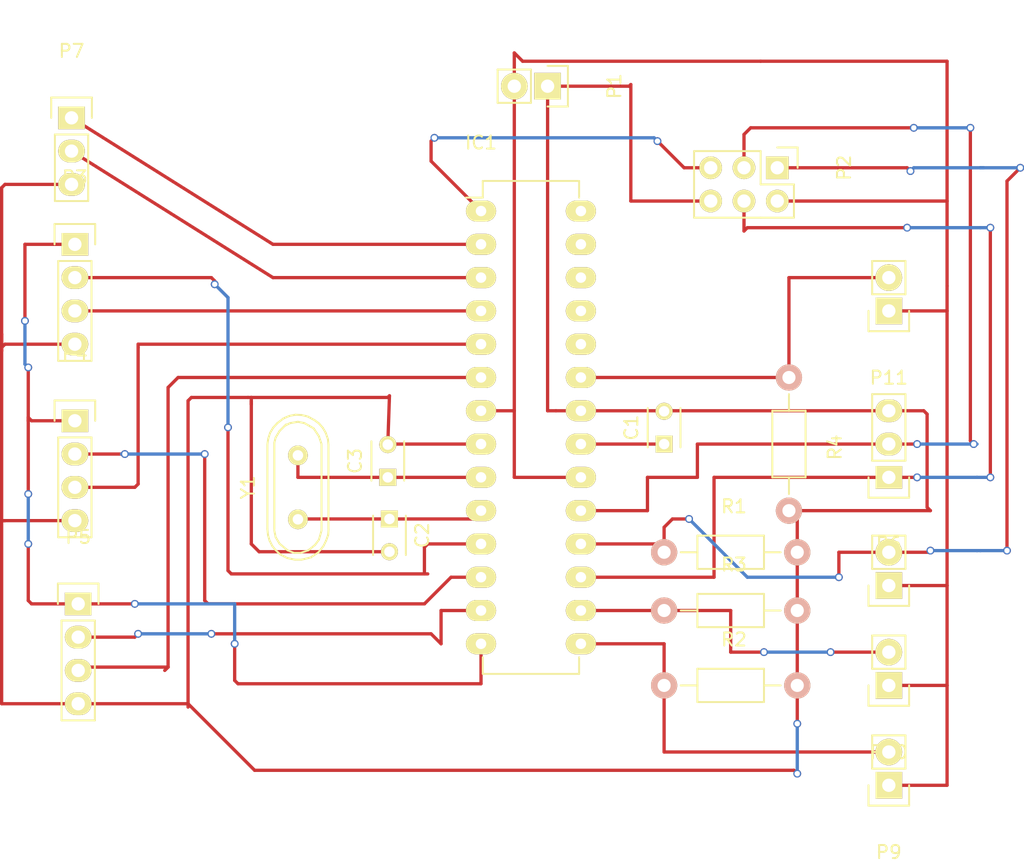
<source format=kicad_pcb>
(kicad_pcb (version 4) (host pcbnew 4.0.0-rc1-stable)

  (general
    (links 52)
    (no_connects 0)
    (area 119.308999 45.083 198.158002 108.31)
    (thickness 1.6)
    (drawings 8)
    (tracks 244)
    (zones 0)
    (modules 20)
    (nets 27)
  )

  (page A4)
  (layers
    (0 F.Cu signal)
    (31 B.Cu signal)
    (32 B.Adhes user)
    (33 F.Adhes user)
    (34 B.Paste user)
    (35 F.Paste user)
    (36 B.SilkS user)
    (37 F.SilkS user)
    (38 B.Mask user)
    (39 F.Mask user)
    (40 Dwgs.User user)
    (41 Cmts.User user)
    (42 Eco1.User user)
    (43 Eco2.User user)
    (44 Edge.Cuts user)
    (45 Margin user)
    (46 B.CrtYd user)
    (47 F.CrtYd user)
    (48 B.Fab user)
    (49 F.Fab user)
  )

  (setup
    (last_trace_width 0.25)
    (trace_clearance 0.25)
    (zone_clearance 0.508)
    (zone_45_only no)
    (trace_min 0.2)
    (segment_width 0.2)
    (edge_width 0.15)
    (via_size 0.6)
    (via_drill 0.4)
    (via_min_size 0.4)
    (via_min_drill 0.3)
    (uvia_size 0.3)
    (uvia_drill 0.1)
    (uvias_allowed no)
    (uvia_min_size 0.2)
    (uvia_min_drill 0.1)
    (pcb_text_width 0.3)
    (pcb_text_size 1.5 1.5)
    (mod_edge_width 0.15)
    (mod_text_size 1 1)
    (mod_text_width 0.15)
    (pad_size 1.524 1.524)
    (pad_drill 0.762)
    (pad_to_mask_clearance 0.2)
    (aux_axis_origin 0 0)
    (visible_elements FFFFFF7F)
    (pcbplotparams
      (layerselection 0x00030_80000001)
      (usegerberextensions false)
      (excludeedgelayer true)
      (linewidth 0.100000)
      (plotframeref false)
      (viasonmask false)
      (mode 1)
      (useauxorigin false)
      (hpglpennumber 1)
      (hpglpenspeed 20)
      (hpglpendiameter 15)
      (hpglpenoverlay 2)
      (psnegative false)
      (psa4output false)
      (plotreference true)
      (plotvalue true)
      (plotinvisibletext false)
      (padsonsilk false)
      (subtractmaskfromsilk false)
      (outputformat 1)
      (mirror false)
      (drillshape 1)
      (scaleselection 1)
      (outputdirectory ""))
  )

  (net 0 "")
  (net 1 "Net-(C1-Pad1)")
  (net 2 GND)
  (net 3 "Net-(C2-Pad1)")
  (net 4 "Net-(C3-Pad1)")
  (net 5 /RESET)
  (net 6 /Rx_int)
  (net 7 /Tx_int)
  (net 8 /step_X)
  (net 9 /step_Y)
  (net 10 /step_Z)
  (net 11 VCC)
  (net 12 /dir_X)
  (net 13 /dir_Y)
  (net 14 /dir_Z)
  (net 15 /enable)
  (net 16 /lim_X)
  (net 17 /lim_Y)
  (net 18 /MOSI)
  (net 19 /MISO)
  (net 20 /SCK)
  (net 21 /button_stop)
  (net 22 "Net-(IC1-Pad24)")
  (net 23 "Net-(IC1-Pad25)")
  (net 24 "Net-(IC1-Pad26)")
  (net 25 "Net-(IC1-Pad27)")
  (net 26 "Net-(IC1-Pad28)")

  (net_class Default "This is the default net class."
    (clearance 0.25)
    (trace_width 0.25)
    (via_dia 0.6)
    (via_drill 0.4)
    (uvia_dia 0.3)
    (uvia_drill 0.1)
    (add_net /MISO)
    (add_net /MOSI)
    (add_net /RESET)
    (add_net /Rx_int)
    (add_net /SCK)
    (add_net /Tx_int)
    (add_net /button_stop)
    (add_net /dir_X)
    (add_net /dir_Y)
    (add_net /dir_Z)
    (add_net /enable)
    (add_net /lim_X)
    (add_net /lim_Y)
    (add_net /step_X)
    (add_net /step_Y)
    (add_net /step_Z)
    (add_net GND)
    (add_net "Net-(C1-Pad1)")
    (add_net "Net-(C2-Pad1)")
    (add_net "Net-(C3-Pad1)")
    (add_net "Net-(IC1-Pad24)")
    (add_net "Net-(IC1-Pad25)")
    (add_net "Net-(IC1-Pad26)")
    (add_net "Net-(IC1-Pad27)")
    (add_net "Net-(IC1-Pad28)")
    (add_net VCC)
  )

  (module Capacitors_ThroughHole:C_Disc_D3_P2.5 (layer F.Cu) (tedit 0) (tstamp 562D4CEA)
    (at 170.18 76.2 90)
    (descr "Capacitor 3mm Disc, Pitch 2.5mm")
    (tags Capacitor)
    (path /562DC51F)
    (fp_text reference C1 (at 1.25 -2.5 90) (layer F.SilkS)
      (effects (font (size 1 1) (thickness 0.15)))
    )
    (fp_text value 100n (at 1.25 2.5 90) (layer F.Fab)
      (effects (font (size 1 1) (thickness 0.15)))
    )
    (fp_line (start -0.9 -1.5) (end 3.4 -1.5) (layer F.CrtYd) (width 0.05))
    (fp_line (start 3.4 -1.5) (end 3.4 1.5) (layer F.CrtYd) (width 0.05))
    (fp_line (start 3.4 1.5) (end -0.9 1.5) (layer F.CrtYd) (width 0.05))
    (fp_line (start -0.9 1.5) (end -0.9 -1.5) (layer F.CrtYd) (width 0.05))
    (fp_line (start -0.25 -1.25) (end 2.75 -1.25) (layer F.SilkS) (width 0.15))
    (fp_line (start 2.75 1.25) (end -0.25 1.25) (layer F.SilkS) (width 0.15))
    (pad 1 thru_hole rect (at 0 0 90) (size 1.3 1.3) (drill 0.8) (layers *.Cu *.Mask F.SilkS)
      (net 1 "Net-(C1-Pad1)"))
    (pad 2 thru_hole circle (at 2.5 0 90) (size 1.3 1.3) (drill 0.8001) (layers *.Cu *.Mask F.SilkS)
      (net 2 GND))
    (model Capacitors_ThroughHole.3dshapes/C_Disc_D3_P2.5.wrl
      (at (xyz 0.0492126 0 0))
      (scale (xyz 1 1 1))
      (rotate (xyz 0 0 0))
    )
  )

  (module Capacitors_ThroughHole:C_Disc_D3_P2.5 (layer F.Cu) (tedit 562D4F08) (tstamp 562D4CF6)
    (at 149.225 81.915 270)
    (descr "Capacitor 3mm Disc, Pitch 2.5mm")
    (tags Capacitor)
    (path /562AAB38)
    (fp_text reference C2 (at 1.25 -2.5 270) (layer F.SilkS)
      (effects (font (size 1 1) (thickness 0.15)))
    )
    (fp_text value "22 pF" (at 1.27 2.54 270) (layer F.Fab)
      (effects (font (size 1 1) (thickness 0.15)))
    )
    (fp_line (start -0.9 -1.5) (end 3.4 -1.5) (layer F.CrtYd) (width 0.05))
    (fp_line (start 3.4 -1.5) (end 3.4 1.5) (layer F.CrtYd) (width 0.05))
    (fp_line (start 3.4 1.5) (end -0.9 1.5) (layer F.CrtYd) (width 0.05))
    (fp_line (start -0.9 1.5) (end -0.9 -1.5) (layer F.CrtYd) (width 0.05))
    (fp_line (start -0.25 -1.25) (end 2.75 -1.25) (layer F.SilkS) (width 0.15))
    (fp_line (start 2.75 1.25) (end -0.25 1.25) (layer F.SilkS) (width 0.15))
    (pad 1 thru_hole rect (at 0 0 270) (size 1.3 1.3) (drill 0.8) (layers *.Cu *.Mask F.SilkS)
      (net 3 "Net-(C2-Pad1)"))
    (pad 2 thru_hole circle (at 2.5 0 270) (size 1.3 1.3) (drill 0.8001) (layers *.Cu *.Mask F.SilkS)
      (net 2 GND))
    (model Capacitors_ThroughHole.3dshapes/C_Disc_D3_P2.5.wrl
      (at (xyz 0.0492126 0 0))
      (scale (xyz 1 1 1))
      (rotate (xyz 0 0 0))
    )
  )

  (module Capacitors_ThroughHole:C_Disc_D3_P2.5 (layer F.Cu) (tedit 562D4C90) (tstamp 562D4D02)
    (at 149.098 78.74 90)
    (descr "Capacitor 3mm Disc, Pitch 2.5mm")
    (tags Capacitor)
    (path /562AAE12)
    (fp_text reference C3 (at 1.25 -2.5 90) (layer F.SilkS)
      (effects (font (size 1 1) (thickness 0.15)))
    )
    (fp_text value "22 pF" (at 1.27 2.54 90) (layer F.Fab)
      (effects (font (size 1 1) (thickness 0.15)))
    )
    (fp_line (start -0.9 -1.5) (end 3.4 -1.5) (layer F.CrtYd) (width 0.05))
    (fp_line (start 3.4 -1.5) (end 3.4 1.5) (layer F.CrtYd) (width 0.05))
    (fp_line (start 3.4 1.5) (end -0.9 1.5) (layer F.CrtYd) (width 0.05))
    (fp_line (start -0.9 1.5) (end -0.9 -1.5) (layer F.CrtYd) (width 0.05))
    (fp_line (start -0.25 -1.25) (end 2.75 -1.25) (layer F.SilkS) (width 0.15))
    (fp_line (start 2.75 1.25) (end -0.25 1.25) (layer F.SilkS) (width 0.15))
    (pad 1 thru_hole rect (at 0 0 90) (size 1.3 1.3) (drill 0.8) (layers *.Cu *.Mask F.SilkS)
      (net 4 "Net-(C3-Pad1)"))
    (pad 2 thru_hole circle (at 2.5 0 90) (size 1.3 1.3) (drill 0.8001) (layers *.Cu *.Mask F.SilkS)
      (net 2 GND))
    (model Capacitors_ThroughHole.3dshapes/C_Disc_D3_P2.5.wrl
      (at (xyz 0.0492126 0 0))
      (scale (xyz 1 1 1))
      (rotate (xyz 0 0 0))
    )
  )

  (module Housings_DIP:DIP-28_W7.62mm_LongPads (layer F.Cu) (tedit 54130A77) (tstamp 562D4D2D)
    (at 156.21 58.42)
    (descr "28-lead dip package, row spacing 7.62 mm (300 mils), longer pads")
    (tags "dil dip 2.54 300")
    (path /562A82A8)
    (fp_text reference IC1 (at 0 -5.22) (layer F.SilkS)
      (effects (font (size 1 1) (thickness 0.15)))
    )
    (fp_text value ATMEGA328-P (at 0 -3.72) (layer F.Fab)
      (effects (font (size 1 1) (thickness 0.15)))
    )
    (fp_line (start -1.4 -2.45) (end -1.4 35.5) (layer F.CrtYd) (width 0.05))
    (fp_line (start 9 -2.45) (end 9 35.5) (layer F.CrtYd) (width 0.05))
    (fp_line (start -1.4 -2.45) (end 9 -2.45) (layer F.CrtYd) (width 0.05))
    (fp_line (start -1.4 35.5) (end 9 35.5) (layer F.CrtYd) (width 0.05))
    (fp_line (start 0.135 -2.295) (end 0.135 -1.025) (layer F.SilkS) (width 0.15))
    (fp_line (start 7.485 -2.295) (end 7.485 -1.025) (layer F.SilkS) (width 0.15))
    (fp_line (start 7.485 35.315) (end 7.485 34.045) (layer F.SilkS) (width 0.15))
    (fp_line (start 0.135 35.315) (end 0.135 34.045) (layer F.SilkS) (width 0.15))
    (fp_line (start 0.135 -2.295) (end 7.485 -2.295) (layer F.SilkS) (width 0.15))
    (fp_line (start 0.135 35.315) (end 7.485 35.315) (layer F.SilkS) (width 0.15))
    (fp_line (start 0.135 -1.025) (end -1.15 -1.025) (layer F.SilkS) (width 0.15))
    (pad 1 thru_hole oval (at 0 0) (size 2.3 1.6) (drill 0.8) (layers *.Cu *.Mask F.SilkS)
      (net 5 /RESET))
    (pad 2 thru_hole oval (at 0 2.54) (size 2.3 1.6) (drill 0.8) (layers *.Cu *.Mask F.SilkS)
      (net 6 /Rx_int))
    (pad 3 thru_hole oval (at 0 5.08) (size 2.3 1.6) (drill 0.8) (layers *.Cu *.Mask F.SilkS)
      (net 7 /Tx_int))
    (pad 4 thru_hole oval (at 0 7.62) (size 2.3 1.6) (drill 0.8) (layers *.Cu *.Mask F.SilkS)
      (net 8 /step_X))
    (pad 5 thru_hole oval (at 0 10.16) (size 2.3 1.6) (drill 0.8) (layers *.Cu *.Mask F.SilkS)
      (net 9 /step_Y))
    (pad 6 thru_hole oval (at 0 12.7) (size 2.3 1.6) (drill 0.8) (layers *.Cu *.Mask F.SilkS)
      (net 10 /step_Z))
    (pad 7 thru_hole oval (at 0 15.24) (size 2.3 1.6) (drill 0.8) (layers *.Cu *.Mask F.SilkS)
      (net 11 VCC))
    (pad 8 thru_hole oval (at 0 17.78) (size 2.3 1.6) (drill 0.8) (layers *.Cu *.Mask F.SilkS)
      (net 2 GND))
    (pad 9 thru_hole oval (at 0 20.32) (size 2.3 1.6) (drill 0.8) (layers *.Cu *.Mask F.SilkS)
      (net 4 "Net-(C3-Pad1)"))
    (pad 10 thru_hole oval (at 0 22.86) (size 2.3 1.6) (drill 0.8) (layers *.Cu *.Mask F.SilkS)
      (net 3 "Net-(C2-Pad1)"))
    (pad 11 thru_hole oval (at 0 25.4) (size 2.3 1.6) (drill 0.8) (layers *.Cu *.Mask F.SilkS)
      (net 12 /dir_X))
    (pad 12 thru_hole oval (at 0 27.94) (size 2.3 1.6) (drill 0.8) (layers *.Cu *.Mask F.SilkS)
      (net 13 /dir_Y))
    (pad 13 thru_hole oval (at 0 30.48) (size 2.3 1.6) (drill 0.8) (layers *.Cu *.Mask F.SilkS)
      (net 14 /dir_Z))
    (pad 14 thru_hole oval (at 0 33.02) (size 2.3 1.6) (drill 0.8) (layers *.Cu *.Mask F.SilkS)
      (net 15 /enable))
    (pad 15 thru_hole oval (at 7.62 33.02) (size 2.3 1.6) (drill 0.8) (layers *.Cu *.Mask F.SilkS)
      (net 16 /lim_X))
    (pad 16 thru_hole oval (at 7.62 30.48) (size 2.3 1.6) (drill 0.8) (layers *.Cu *.Mask F.SilkS)
      (net 17 /lim_Y))
    (pad 17 thru_hole oval (at 7.62 27.94) (size 2.3 1.6) (drill 0.8) (layers *.Cu *.Mask F.SilkS)
      (net 18 /MOSI))
    (pad 18 thru_hole oval (at 7.62 25.4) (size 2.3 1.6) (drill 0.8) (layers *.Cu *.Mask F.SilkS)
      (net 19 /MISO))
    (pad 19 thru_hole oval (at 7.62 22.86) (size 2.3 1.6) (drill 0.8) (layers *.Cu *.Mask F.SilkS)
      (net 20 /SCK))
    (pad 20 thru_hole oval (at 7.62 20.32) (size 2.3 1.6) (drill 0.8) (layers *.Cu *.Mask F.SilkS)
      (net 11 VCC))
    (pad 21 thru_hole oval (at 7.62 17.78) (size 2.3 1.6) (drill 0.8) (layers *.Cu *.Mask F.SilkS)
      (net 1 "Net-(C1-Pad1)"))
    (pad 22 thru_hole oval (at 7.62 15.24) (size 2.3 1.6) (drill 0.8) (layers *.Cu *.Mask F.SilkS)
      (net 2 GND))
    (pad 23 thru_hole oval (at 7.62 12.7) (size 2.3 1.6) (drill 0.8) (layers *.Cu *.Mask F.SilkS)
      (net 21 /button_stop))
    (pad 24 thru_hole oval (at 7.62 10.16) (size 2.3 1.6) (drill 0.8) (layers *.Cu *.Mask F.SilkS)
      (net 22 "Net-(IC1-Pad24)"))
    (pad 25 thru_hole oval (at 7.62 7.62) (size 2.3 1.6) (drill 0.8) (layers *.Cu *.Mask F.SilkS)
      (net 23 "Net-(IC1-Pad25)"))
    (pad 26 thru_hole oval (at 7.62 5.08) (size 2.3 1.6) (drill 0.8) (layers *.Cu *.Mask F.SilkS)
      (net 24 "Net-(IC1-Pad26)"))
    (pad 27 thru_hole oval (at 7.62 2.54) (size 2.3 1.6) (drill 0.8) (layers *.Cu *.Mask F.SilkS)
      (net 25 "Net-(IC1-Pad27)"))
    (pad 28 thru_hole oval (at 7.62 0) (size 2.3 1.6) (drill 0.8) (layers *.Cu *.Mask F.SilkS)
      (net 26 "Net-(IC1-Pad28)"))
    (model Housings_DIP.3dshapes/DIP-28_W7.62mm_LongPads.wrl
      (at (xyz 0 0 0))
      (scale (xyz 1 1 1))
      (rotate (xyz 0 0 0))
    )
  )

  (module Pin_Headers:Pin_Header_Straight_1x02 (layer F.Cu) (tedit 54EA090C) (tstamp 562D4D3E)
    (at 161.29 48.895 270)
    (descr "Through hole pin header")
    (tags "pin header")
    (path /562B588F)
    (fp_text reference P1 (at 0 -5.1 270) (layer F.SilkS)
      (effects (font (size 1 1) (thickness 0.15)))
    )
    (fp_text value CONN_5V (at 0 -3.1 270) (layer F.Fab)
      (effects (font (size 1 1) (thickness 0.15)))
    )
    (fp_line (start 1.27 1.27) (end 1.27 3.81) (layer F.SilkS) (width 0.15))
    (fp_line (start 1.55 -1.55) (end 1.55 0) (layer F.SilkS) (width 0.15))
    (fp_line (start -1.75 -1.75) (end -1.75 4.3) (layer F.CrtYd) (width 0.05))
    (fp_line (start 1.75 -1.75) (end 1.75 4.3) (layer F.CrtYd) (width 0.05))
    (fp_line (start -1.75 -1.75) (end 1.75 -1.75) (layer F.CrtYd) (width 0.05))
    (fp_line (start -1.75 4.3) (end 1.75 4.3) (layer F.CrtYd) (width 0.05))
    (fp_line (start 1.27 1.27) (end -1.27 1.27) (layer F.SilkS) (width 0.15))
    (fp_line (start -1.55 0) (end -1.55 -1.55) (layer F.SilkS) (width 0.15))
    (fp_line (start -1.55 -1.55) (end 1.55 -1.55) (layer F.SilkS) (width 0.15))
    (fp_line (start -1.27 1.27) (end -1.27 3.81) (layer F.SilkS) (width 0.15))
    (fp_line (start -1.27 3.81) (end 1.27 3.81) (layer F.SilkS) (width 0.15))
    (pad 1 thru_hole rect (at 0 0 270) (size 2.032 2.032) (drill 1.016) (layers *.Cu *.Mask F.SilkS)
      (net 2 GND))
    (pad 2 thru_hole oval (at 0 2.54 270) (size 2.032 2.032) (drill 1.016) (layers *.Cu *.Mask F.SilkS)
      (net 11 VCC))
    (model Pin_Headers.3dshapes/Pin_Header_Straight_1x02.wrl
      (at (xyz 0 -0.05 0))
      (scale (xyz 1 1 1))
      (rotate (xyz 0 0 90))
    )
  )

  (module Pin_Headers:Pin_Header_Straight_2x03 (layer F.Cu) (tedit 54EA0A4B) (tstamp 562D4D55)
    (at 178.816 55.118 270)
    (descr "Through hole pin header")
    (tags "pin header")
    (path /562B8440)
    (fp_text reference P2 (at 0 -5.1 270) (layer F.SilkS)
      (effects (font (size 1 1) (thickness 0.15)))
    )
    (fp_text value CONN_02X03 (at 0 -3.1 270) (layer F.Fab)
      (effects (font (size 1 1) (thickness 0.15)))
    )
    (fp_line (start -1.27 1.27) (end -1.27 6.35) (layer F.SilkS) (width 0.15))
    (fp_line (start -1.55 -1.55) (end 0 -1.55) (layer F.SilkS) (width 0.15))
    (fp_line (start -1.75 -1.75) (end -1.75 6.85) (layer F.CrtYd) (width 0.05))
    (fp_line (start 4.3 -1.75) (end 4.3 6.85) (layer F.CrtYd) (width 0.05))
    (fp_line (start -1.75 -1.75) (end 4.3 -1.75) (layer F.CrtYd) (width 0.05))
    (fp_line (start -1.75 6.85) (end 4.3 6.85) (layer F.CrtYd) (width 0.05))
    (fp_line (start 1.27 -1.27) (end 1.27 1.27) (layer F.SilkS) (width 0.15))
    (fp_line (start 1.27 1.27) (end -1.27 1.27) (layer F.SilkS) (width 0.15))
    (fp_line (start -1.27 6.35) (end 3.81 6.35) (layer F.SilkS) (width 0.15))
    (fp_line (start 3.81 6.35) (end 3.81 1.27) (layer F.SilkS) (width 0.15))
    (fp_line (start -1.55 -1.55) (end -1.55 0) (layer F.SilkS) (width 0.15))
    (fp_line (start 3.81 -1.27) (end 1.27 -1.27) (layer F.SilkS) (width 0.15))
    (fp_line (start 3.81 1.27) (end 3.81 -1.27) (layer F.SilkS) (width 0.15))
    (pad 1 thru_hole rect (at 0 0 270) (size 1.7272 1.7272) (drill 1.016) (layers *.Cu *.Mask F.SilkS)
      (net 19 /MISO))
    (pad 2 thru_hole oval (at 2.54 0 270) (size 1.7272 1.7272) (drill 1.016) (layers *.Cu *.Mask F.SilkS)
      (net 11 VCC))
    (pad 3 thru_hole oval (at 0 2.54 270) (size 1.7272 1.7272) (drill 1.016) (layers *.Cu *.Mask F.SilkS)
      (net 20 /SCK))
    (pad 4 thru_hole oval (at 2.54 2.54 270) (size 1.7272 1.7272) (drill 1.016) (layers *.Cu *.Mask F.SilkS)
      (net 18 /MOSI))
    (pad 5 thru_hole oval (at 0 5.08 270) (size 1.7272 1.7272) (drill 1.016) (layers *.Cu *.Mask F.SilkS)
      (net 5 /RESET))
    (pad 6 thru_hole oval (at 2.54 5.08 270) (size 1.7272 1.7272) (drill 1.016) (layers *.Cu *.Mask F.SilkS)
      (net 2 GND))
    (model Pin_Headers.3dshapes/Pin_Header_Straight_2x03.wrl
      (at (xyz 0.05 -0.1 0))
      (scale (xyz 1 1 1))
      (rotate (xyz 0 0 90))
    )
  )

  (module Pin_Headers:Pin_Header_Straight_1x04 (layer F.Cu) (tedit 0) (tstamp 562D4D68)
    (at 125.222 60.96)
    (descr "Through hole pin header")
    (tags "pin header")
    (path /562A87F6)
    (fp_text reference P3 (at 0 -5.1) (layer F.SilkS)
      (effects (font (size 1 1) (thickness 0.15)))
    )
    (fp_text value CONN_EJE_X (at 0 -3.1) (layer F.Fab)
      (effects (font (size 1 1) (thickness 0.15)))
    )
    (fp_line (start -1.75 -1.75) (end -1.75 9.4) (layer F.CrtYd) (width 0.05))
    (fp_line (start 1.75 -1.75) (end 1.75 9.4) (layer F.CrtYd) (width 0.05))
    (fp_line (start -1.75 -1.75) (end 1.75 -1.75) (layer F.CrtYd) (width 0.05))
    (fp_line (start -1.75 9.4) (end 1.75 9.4) (layer F.CrtYd) (width 0.05))
    (fp_line (start -1.27 1.27) (end -1.27 8.89) (layer F.SilkS) (width 0.15))
    (fp_line (start 1.27 1.27) (end 1.27 8.89) (layer F.SilkS) (width 0.15))
    (fp_line (start 1.55 -1.55) (end 1.55 0) (layer F.SilkS) (width 0.15))
    (fp_line (start -1.27 8.89) (end 1.27 8.89) (layer F.SilkS) (width 0.15))
    (fp_line (start 1.27 1.27) (end -1.27 1.27) (layer F.SilkS) (width 0.15))
    (fp_line (start -1.55 0) (end -1.55 -1.55) (layer F.SilkS) (width 0.15))
    (fp_line (start -1.55 -1.55) (end 1.55 -1.55) (layer F.SilkS) (width 0.15))
    (pad 1 thru_hole rect (at 0 0) (size 2.032 1.7272) (drill 1.016) (layers *.Cu *.Mask F.SilkS)
      (net 15 /enable))
    (pad 2 thru_hole oval (at 0 2.54) (size 2.032 1.7272) (drill 1.016) (layers *.Cu *.Mask F.SilkS)
      (net 12 /dir_X))
    (pad 3 thru_hole oval (at 0 5.08) (size 2.032 1.7272) (drill 1.016) (layers *.Cu *.Mask F.SilkS)
      (net 8 /step_X))
    (pad 4 thru_hole oval (at 0 7.62) (size 2.032 1.7272) (drill 1.016) (layers *.Cu *.Mask F.SilkS)
      (net 2 GND))
    (model Pin_Headers.3dshapes/Pin_Header_Straight_1x04.wrl
      (at (xyz 0 -0.15 0))
      (scale (xyz 1 1 1))
      (rotate (xyz 0 0 90))
    )
  )

  (module Pin_Headers:Pin_Header_Straight_1x04 (layer F.Cu) (tedit 0) (tstamp 562D4D7B)
    (at 125.222 74.422)
    (descr "Through hole pin header")
    (tags "pin header")
    (path /562A86EB)
    (fp_text reference P4 (at 0 -5.1) (layer F.SilkS)
      (effects (font (size 1 1) (thickness 0.15)))
    )
    (fp_text value CONN_EJE_Y (at 0 -3.1) (layer F.Fab)
      (effects (font (size 1 1) (thickness 0.15)))
    )
    (fp_line (start -1.75 -1.75) (end -1.75 9.4) (layer F.CrtYd) (width 0.05))
    (fp_line (start 1.75 -1.75) (end 1.75 9.4) (layer F.CrtYd) (width 0.05))
    (fp_line (start -1.75 -1.75) (end 1.75 -1.75) (layer F.CrtYd) (width 0.05))
    (fp_line (start -1.75 9.4) (end 1.75 9.4) (layer F.CrtYd) (width 0.05))
    (fp_line (start -1.27 1.27) (end -1.27 8.89) (layer F.SilkS) (width 0.15))
    (fp_line (start 1.27 1.27) (end 1.27 8.89) (layer F.SilkS) (width 0.15))
    (fp_line (start 1.55 -1.55) (end 1.55 0) (layer F.SilkS) (width 0.15))
    (fp_line (start -1.27 8.89) (end 1.27 8.89) (layer F.SilkS) (width 0.15))
    (fp_line (start 1.27 1.27) (end -1.27 1.27) (layer F.SilkS) (width 0.15))
    (fp_line (start -1.55 0) (end -1.55 -1.55) (layer F.SilkS) (width 0.15))
    (fp_line (start -1.55 -1.55) (end 1.55 -1.55) (layer F.SilkS) (width 0.15))
    (pad 1 thru_hole rect (at 0 0) (size 2.032 1.7272) (drill 1.016) (layers *.Cu *.Mask F.SilkS)
      (net 15 /enable))
    (pad 2 thru_hole oval (at 0 2.54) (size 2.032 1.7272) (drill 1.016) (layers *.Cu *.Mask F.SilkS)
      (net 13 /dir_Y))
    (pad 3 thru_hole oval (at 0 5.08) (size 2.032 1.7272) (drill 1.016) (layers *.Cu *.Mask F.SilkS)
      (net 9 /step_Y))
    (pad 4 thru_hole oval (at 0 7.62) (size 2.032 1.7272) (drill 1.016) (layers *.Cu *.Mask F.SilkS)
      (net 2 GND))
    (model Pin_Headers.3dshapes/Pin_Header_Straight_1x04.wrl
      (at (xyz 0 -0.15 0))
      (scale (xyz 1 1 1))
      (rotate (xyz 0 0 90))
    )
  )

  (module Pin_Headers:Pin_Header_Straight_1x04 (layer F.Cu) (tedit 0) (tstamp 562D4D8E)
    (at 125.476 88.392)
    (descr "Through hole pin header")
    (tags "pin header")
    (path /562A85F8)
    (fp_text reference P5 (at 0 -5.1) (layer F.SilkS)
      (effects (font (size 1 1) (thickness 0.15)))
    )
    (fp_text value CONN_EJE_Z (at 0 -3.1) (layer F.Fab)
      (effects (font (size 1 1) (thickness 0.15)))
    )
    (fp_line (start -1.75 -1.75) (end -1.75 9.4) (layer F.CrtYd) (width 0.05))
    (fp_line (start 1.75 -1.75) (end 1.75 9.4) (layer F.CrtYd) (width 0.05))
    (fp_line (start -1.75 -1.75) (end 1.75 -1.75) (layer F.CrtYd) (width 0.05))
    (fp_line (start -1.75 9.4) (end 1.75 9.4) (layer F.CrtYd) (width 0.05))
    (fp_line (start -1.27 1.27) (end -1.27 8.89) (layer F.SilkS) (width 0.15))
    (fp_line (start 1.27 1.27) (end 1.27 8.89) (layer F.SilkS) (width 0.15))
    (fp_line (start 1.55 -1.55) (end 1.55 0) (layer F.SilkS) (width 0.15))
    (fp_line (start -1.27 8.89) (end 1.27 8.89) (layer F.SilkS) (width 0.15))
    (fp_line (start 1.27 1.27) (end -1.27 1.27) (layer F.SilkS) (width 0.15))
    (fp_line (start -1.55 0) (end -1.55 -1.55) (layer F.SilkS) (width 0.15))
    (fp_line (start -1.55 -1.55) (end 1.55 -1.55) (layer F.SilkS) (width 0.15))
    (pad 1 thru_hole rect (at 0 0) (size 2.032 1.7272) (drill 1.016) (layers *.Cu *.Mask F.SilkS)
      (net 15 /enable))
    (pad 2 thru_hole oval (at 0 2.54) (size 2.032 1.7272) (drill 1.016) (layers *.Cu *.Mask F.SilkS)
      (net 14 /dir_Z))
    (pad 3 thru_hole oval (at 0 5.08) (size 2.032 1.7272) (drill 1.016) (layers *.Cu *.Mask F.SilkS)
      (net 10 /step_Z))
    (pad 4 thru_hole oval (at 0 7.62) (size 2.032 1.7272) (drill 1.016) (layers *.Cu *.Mask F.SilkS)
      (net 2 GND))
    (model Pin_Headers.3dshapes/Pin_Header_Straight_1x04.wrl
      (at (xyz 0 -0.15 0))
      (scale (xyz 1 1 1))
      (rotate (xyz 0 0 90))
    )
  )

  (module Pin_Headers:Pin_Header_Straight_1x03 (layer F.Cu) (tedit 0) (tstamp 562D4DA0)
    (at 187.325 78.74 180)
    (descr "Through hole pin header")
    (tags "pin header")
    (path /562A97EA)
    (fp_text reference P6 (at 0 -5.1 180) (layer F.SilkS)
      (effects (font (size 1 1) (thickness 0.15)))
    )
    (fp_text value CONN_HUS (at 0 -3.1 180) (layer F.Fab)
      (effects (font (size 1 1) (thickness 0.15)))
    )
    (fp_line (start -1.75 -1.75) (end -1.75 6.85) (layer F.CrtYd) (width 0.05))
    (fp_line (start 1.75 -1.75) (end 1.75 6.85) (layer F.CrtYd) (width 0.05))
    (fp_line (start -1.75 -1.75) (end 1.75 -1.75) (layer F.CrtYd) (width 0.05))
    (fp_line (start -1.75 6.85) (end 1.75 6.85) (layer F.CrtYd) (width 0.05))
    (fp_line (start -1.27 1.27) (end -1.27 6.35) (layer F.SilkS) (width 0.15))
    (fp_line (start -1.27 6.35) (end 1.27 6.35) (layer F.SilkS) (width 0.15))
    (fp_line (start 1.27 6.35) (end 1.27 1.27) (layer F.SilkS) (width 0.15))
    (fp_line (start 1.55 -1.55) (end 1.55 0) (layer F.SilkS) (width 0.15))
    (fp_line (start 1.27 1.27) (end -1.27 1.27) (layer F.SilkS) (width 0.15))
    (fp_line (start -1.55 0) (end -1.55 -1.55) (layer F.SilkS) (width 0.15))
    (fp_line (start -1.55 -1.55) (end 1.55 -1.55) (layer F.SilkS) (width 0.15))
    (pad 1 thru_hole rect (at 0 0 180) (size 2.032 1.7272) (drill 1.016) (layers *.Cu *.Mask F.SilkS)
      (net 18 /MOSI))
    (pad 2 thru_hole oval (at 0 2.54 180) (size 2.032 1.7272) (drill 1.016) (layers *.Cu *.Mask F.SilkS)
      (net 20 /SCK))
    (pad 3 thru_hole oval (at 0 5.08 180) (size 2.032 1.7272) (drill 1.016) (layers *.Cu *.Mask F.SilkS)
      (net 2 GND))
    (model Pin_Headers.3dshapes/Pin_Header_Straight_1x03.wrl
      (at (xyz 0 -0.1 0))
      (scale (xyz 1 1 1))
      (rotate (xyz 0 0 90))
    )
  )

  (module Pin_Headers:Pin_Header_Straight_1x03 (layer F.Cu) (tedit 0) (tstamp 562D4DB2)
    (at 124.968 51.308)
    (descr "Through hole pin header")
    (tags "pin header")
    (path /562A9970)
    (fp_text reference P7 (at 0 -5.1) (layer F.SilkS)
      (effects (font (size 1 1) (thickness 0.15)))
    )
    (fp_text value CONN_UART (at 0 -3.1) (layer F.Fab)
      (effects (font (size 1 1) (thickness 0.15)))
    )
    (fp_line (start -1.75 -1.75) (end -1.75 6.85) (layer F.CrtYd) (width 0.05))
    (fp_line (start 1.75 -1.75) (end 1.75 6.85) (layer F.CrtYd) (width 0.05))
    (fp_line (start -1.75 -1.75) (end 1.75 -1.75) (layer F.CrtYd) (width 0.05))
    (fp_line (start -1.75 6.85) (end 1.75 6.85) (layer F.CrtYd) (width 0.05))
    (fp_line (start -1.27 1.27) (end -1.27 6.35) (layer F.SilkS) (width 0.15))
    (fp_line (start -1.27 6.35) (end 1.27 6.35) (layer F.SilkS) (width 0.15))
    (fp_line (start 1.27 6.35) (end 1.27 1.27) (layer F.SilkS) (width 0.15))
    (fp_line (start 1.55 -1.55) (end 1.55 0) (layer F.SilkS) (width 0.15))
    (fp_line (start 1.27 1.27) (end -1.27 1.27) (layer F.SilkS) (width 0.15))
    (fp_line (start -1.55 0) (end -1.55 -1.55) (layer F.SilkS) (width 0.15))
    (fp_line (start -1.55 -1.55) (end 1.55 -1.55) (layer F.SilkS) (width 0.15))
    (pad 1 thru_hole rect (at 0 0) (size 2.032 1.7272) (drill 1.016) (layers *.Cu *.Mask F.SilkS)
      (net 6 /Rx_int))
    (pad 2 thru_hole oval (at 0 2.54) (size 2.032 1.7272) (drill 1.016) (layers *.Cu *.Mask F.SilkS)
      (net 7 /Tx_int))
    (pad 3 thru_hole oval (at 0 5.08) (size 2.032 1.7272) (drill 1.016) (layers *.Cu *.Mask F.SilkS)
      (net 2 GND))
    (model Pin_Headers.3dshapes/Pin_Header_Straight_1x03.wrl
      (at (xyz 0 -0.1 0))
      (scale (xyz 1 1 1))
      (rotate (xyz 0 0 90))
    )
  )

  (module Pin_Headers:Pin_Header_Straight_1x02 (layer F.Cu) (tedit 54EA090C) (tstamp 562D4DC3)
    (at 187.325 86.995 180)
    (descr "Through hole pin header")
    (tags "pin header")
    (path /562AE461)
    (fp_text reference P8 (at 0 -5.1 180) (layer F.SilkS)
      (effects (font (size 1 1) (thickness 0.15)))
    )
    (fp_text value CONN_LIM_Z (at 0 -3.1 180) (layer F.Fab)
      (effects (font (size 1 1) (thickness 0.15)))
    )
    (fp_line (start 1.27 1.27) (end 1.27 3.81) (layer F.SilkS) (width 0.15))
    (fp_line (start 1.55 -1.55) (end 1.55 0) (layer F.SilkS) (width 0.15))
    (fp_line (start -1.75 -1.75) (end -1.75 4.3) (layer F.CrtYd) (width 0.05))
    (fp_line (start 1.75 -1.75) (end 1.75 4.3) (layer F.CrtYd) (width 0.05))
    (fp_line (start -1.75 -1.75) (end 1.75 -1.75) (layer F.CrtYd) (width 0.05))
    (fp_line (start -1.75 4.3) (end 1.75 4.3) (layer F.CrtYd) (width 0.05))
    (fp_line (start 1.27 1.27) (end -1.27 1.27) (layer F.SilkS) (width 0.15))
    (fp_line (start -1.55 0) (end -1.55 -1.55) (layer F.SilkS) (width 0.15))
    (fp_line (start -1.55 -1.55) (end 1.55 -1.55) (layer F.SilkS) (width 0.15))
    (fp_line (start -1.27 1.27) (end -1.27 3.81) (layer F.SilkS) (width 0.15))
    (fp_line (start -1.27 3.81) (end 1.27 3.81) (layer F.SilkS) (width 0.15))
    (pad 1 thru_hole rect (at 0 0 180) (size 2.032 2.032) (drill 1.016) (layers *.Cu *.Mask F.SilkS)
      (net 11 VCC))
    (pad 2 thru_hole oval (at 0 2.54 180) (size 2.032 2.032) (drill 1.016) (layers *.Cu *.Mask F.SilkS)
      (net 19 /MISO))
    (model Pin_Headers.3dshapes/Pin_Header_Straight_1x02.wrl
      (at (xyz 0 -0.05 0))
      (scale (xyz 1 1 1))
      (rotate (xyz 0 0 90))
    )
  )

  (module Pin_Headers:Pin_Header_Straight_1x02 (layer F.Cu) (tedit 54EA090C) (tstamp 562D4DD4)
    (at 187.325 102.235 180)
    (descr "Through hole pin header")
    (tags "pin header")
    (path /562ABEF1)
    (fp_text reference P9 (at 0 -5.1 180) (layer F.SilkS)
      (effects (font (size 1 1) (thickness 0.15)))
    )
    (fp_text value CONN_LIM_X (at 0 -3.1 180) (layer F.Fab)
      (effects (font (size 1 1) (thickness 0.15)))
    )
    (fp_line (start 1.27 1.27) (end 1.27 3.81) (layer F.SilkS) (width 0.15))
    (fp_line (start 1.55 -1.55) (end 1.55 0) (layer F.SilkS) (width 0.15))
    (fp_line (start -1.75 -1.75) (end -1.75 4.3) (layer F.CrtYd) (width 0.05))
    (fp_line (start 1.75 -1.75) (end 1.75 4.3) (layer F.CrtYd) (width 0.05))
    (fp_line (start -1.75 -1.75) (end 1.75 -1.75) (layer F.CrtYd) (width 0.05))
    (fp_line (start -1.75 4.3) (end 1.75 4.3) (layer F.CrtYd) (width 0.05))
    (fp_line (start 1.27 1.27) (end -1.27 1.27) (layer F.SilkS) (width 0.15))
    (fp_line (start -1.55 0) (end -1.55 -1.55) (layer F.SilkS) (width 0.15))
    (fp_line (start -1.55 -1.55) (end 1.55 -1.55) (layer F.SilkS) (width 0.15))
    (fp_line (start -1.27 1.27) (end -1.27 3.81) (layer F.SilkS) (width 0.15))
    (fp_line (start -1.27 3.81) (end 1.27 3.81) (layer F.SilkS) (width 0.15))
    (pad 1 thru_hole rect (at 0 0 180) (size 2.032 2.032) (drill 1.016) (layers *.Cu *.Mask F.SilkS)
      (net 11 VCC))
    (pad 2 thru_hole oval (at 0 2.54 180) (size 2.032 2.032) (drill 1.016) (layers *.Cu *.Mask F.SilkS)
      (net 16 /lim_X))
    (model Pin_Headers.3dshapes/Pin_Header_Straight_1x02.wrl
      (at (xyz 0 -0.05 0))
      (scale (xyz 1 1 1))
      (rotate (xyz 0 0 90))
    )
  )

  (module Pin_Headers:Pin_Header_Straight_1x02 (layer F.Cu) (tedit 54EA090C) (tstamp 562D4DE5)
    (at 187.325 94.615 180)
    (descr "Through hole pin header")
    (tags "pin header")
    (path /562AE349)
    (fp_text reference P10 (at 0 -5.1 180) (layer F.SilkS)
      (effects (font (size 1 1) (thickness 0.15)))
    )
    (fp_text value CONN_LIM_Y (at 0 -3.1 180) (layer F.Fab)
      (effects (font (size 1 1) (thickness 0.15)))
    )
    (fp_line (start 1.27 1.27) (end 1.27 3.81) (layer F.SilkS) (width 0.15))
    (fp_line (start 1.55 -1.55) (end 1.55 0) (layer F.SilkS) (width 0.15))
    (fp_line (start -1.75 -1.75) (end -1.75 4.3) (layer F.CrtYd) (width 0.05))
    (fp_line (start 1.75 -1.75) (end 1.75 4.3) (layer F.CrtYd) (width 0.05))
    (fp_line (start -1.75 -1.75) (end 1.75 -1.75) (layer F.CrtYd) (width 0.05))
    (fp_line (start -1.75 4.3) (end 1.75 4.3) (layer F.CrtYd) (width 0.05))
    (fp_line (start 1.27 1.27) (end -1.27 1.27) (layer F.SilkS) (width 0.15))
    (fp_line (start -1.55 0) (end -1.55 -1.55) (layer F.SilkS) (width 0.15))
    (fp_line (start -1.55 -1.55) (end 1.55 -1.55) (layer F.SilkS) (width 0.15))
    (fp_line (start -1.27 1.27) (end -1.27 3.81) (layer F.SilkS) (width 0.15))
    (fp_line (start -1.27 3.81) (end 1.27 3.81) (layer F.SilkS) (width 0.15))
    (pad 1 thru_hole rect (at 0 0 180) (size 2.032 2.032) (drill 1.016) (layers *.Cu *.Mask F.SilkS)
      (net 11 VCC))
    (pad 2 thru_hole oval (at 0 2.54 180) (size 2.032 2.032) (drill 1.016) (layers *.Cu *.Mask F.SilkS)
      (net 17 /lim_Y))
    (model Pin_Headers.3dshapes/Pin_Header_Straight_1x02.wrl
      (at (xyz 0 -0.05 0))
      (scale (xyz 1 1 1))
      (rotate (xyz 0 0 90))
    )
  )

  (module Pin_Headers:Pin_Header_Straight_1x02 (layer F.Cu) (tedit 54EA090C) (tstamp 562D4DF6)
    (at 187.325 66.04 180)
    (descr "Through hole pin header")
    (tags "pin header")
    (path /562DD23C)
    (fp_text reference P11 (at 0 -5.1 180) (layer F.SilkS)
      (effects (font (size 1 1) (thickness 0.15)))
    )
    (fp_text value CONN_E_STOP (at 0 -3.1 180) (layer F.Fab)
      (effects (font (size 1 1) (thickness 0.15)))
    )
    (fp_line (start 1.27 1.27) (end 1.27 3.81) (layer F.SilkS) (width 0.15))
    (fp_line (start 1.55 -1.55) (end 1.55 0) (layer F.SilkS) (width 0.15))
    (fp_line (start -1.75 -1.75) (end -1.75 4.3) (layer F.CrtYd) (width 0.05))
    (fp_line (start 1.75 -1.75) (end 1.75 4.3) (layer F.CrtYd) (width 0.05))
    (fp_line (start -1.75 -1.75) (end 1.75 -1.75) (layer F.CrtYd) (width 0.05))
    (fp_line (start -1.75 4.3) (end 1.75 4.3) (layer F.CrtYd) (width 0.05))
    (fp_line (start 1.27 1.27) (end -1.27 1.27) (layer F.SilkS) (width 0.15))
    (fp_line (start -1.55 0) (end -1.55 -1.55) (layer F.SilkS) (width 0.15))
    (fp_line (start -1.55 -1.55) (end 1.55 -1.55) (layer F.SilkS) (width 0.15))
    (fp_line (start -1.27 1.27) (end -1.27 3.81) (layer F.SilkS) (width 0.15))
    (fp_line (start -1.27 3.81) (end 1.27 3.81) (layer F.SilkS) (width 0.15))
    (pad 1 thru_hole rect (at 0 0 180) (size 2.032 2.032) (drill 1.016) (layers *.Cu *.Mask F.SilkS)
      (net 11 VCC))
    (pad 2 thru_hole oval (at 0 2.54 180) (size 2.032 2.032) (drill 1.016) (layers *.Cu *.Mask F.SilkS)
      (net 21 /button_stop))
    (model Pin_Headers.3dshapes/Pin_Header_Straight_1x02.wrl
      (at (xyz 0 -0.05 0))
      (scale (xyz 1 1 1))
      (rotate (xyz 0 0 90))
    )
  )

  (module Resistors_ThroughHole:Resistor_Horizontal_RM10mm (layer F.Cu) (tedit 53F56209) (tstamp 562D4E02)
    (at 175.26 84.455)
    (descr "Resistor, Axial,  RM 10mm, 1/3W,")
    (tags "Resistor, Axial, RM 10mm, 1/3W,")
    (path /562AE46A)
    (fp_text reference R1 (at 0.24892 -3.50012) (layer F.SilkS)
      (effects (font (size 1 1) (thickness 0.15)))
    )
    (fp_text value "15 k" (at 3.81 3.81) (layer F.Fab)
      (effects (font (size 1 1) (thickness 0.15)))
    )
    (fp_line (start -2.54 -1.27) (end 2.54 -1.27) (layer F.SilkS) (width 0.15))
    (fp_line (start 2.54 -1.27) (end 2.54 1.27) (layer F.SilkS) (width 0.15))
    (fp_line (start 2.54 1.27) (end -2.54 1.27) (layer F.SilkS) (width 0.15))
    (fp_line (start -2.54 1.27) (end -2.54 -1.27) (layer F.SilkS) (width 0.15))
    (fp_line (start -2.54 0) (end -3.81 0) (layer F.SilkS) (width 0.15))
    (fp_line (start 2.54 0) (end 3.81 0) (layer F.SilkS) (width 0.15))
    (pad 1 thru_hole circle (at -5.08 0) (size 1.99898 1.99898) (drill 1.00076) (layers *.Cu *.SilkS *.Mask)
      (net 19 /MISO))
    (pad 2 thru_hole circle (at 5.08 0) (size 1.99898 1.99898) (drill 1.00076) (layers *.Cu *.SilkS *.Mask)
      (net 2 GND))
    (model Resistors_ThroughHole.3dshapes/Resistor_Horizontal_RM10mm.wrl
      (at (xyz 0 0 0))
      (scale (xyz 0.4 0.4 0.4))
      (rotate (xyz 0 0 0))
    )
  )

  (module Resistors_ThroughHole:Resistor_Horizontal_RM10mm (layer F.Cu) (tedit 53F56209) (tstamp 562D4E0E)
    (at 175.26 94.615)
    (descr "Resistor, Axial,  RM 10mm, 1/3W,")
    (tags "Resistor, Axial, RM 10mm, 1/3W,")
    (path /562AC0EB)
    (fp_text reference R2 (at 0.24892 -3.50012) (layer F.SilkS)
      (effects (font (size 1 1) (thickness 0.15)))
    )
    (fp_text value "15 k" (at 3.81 3.81) (layer F.Fab)
      (effects (font (size 1 1) (thickness 0.15)))
    )
    (fp_line (start -2.54 -1.27) (end 2.54 -1.27) (layer F.SilkS) (width 0.15))
    (fp_line (start 2.54 -1.27) (end 2.54 1.27) (layer F.SilkS) (width 0.15))
    (fp_line (start 2.54 1.27) (end -2.54 1.27) (layer F.SilkS) (width 0.15))
    (fp_line (start -2.54 1.27) (end -2.54 -1.27) (layer F.SilkS) (width 0.15))
    (fp_line (start -2.54 0) (end -3.81 0) (layer F.SilkS) (width 0.15))
    (fp_line (start 2.54 0) (end 3.81 0) (layer F.SilkS) (width 0.15))
    (pad 1 thru_hole circle (at -5.08 0) (size 1.99898 1.99898) (drill 1.00076) (layers *.Cu *.SilkS *.Mask)
      (net 16 /lim_X))
    (pad 2 thru_hole circle (at 5.08 0) (size 1.99898 1.99898) (drill 1.00076) (layers *.Cu *.SilkS *.Mask)
      (net 2 GND))
    (model Resistors_ThroughHole.3dshapes/Resistor_Horizontal_RM10mm.wrl
      (at (xyz 0 0 0))
      (scale (xyz 0.4 0.4 0.4))
      (rotate (xyz 0 0 0))
    )
  )

  (module Resistors_ThroughHole:Resistor_Horizontal_RM10mm (layer F.Cu) (tedit 53F56209) (tstamp 562D4E1A)
    (at 175.26 88.9)
    (descr "Resistor, Axial,  RM 10mm, 1/3W,")
    (tags "Resistor, Axial, RM 10mm, 1/3W,")
    (path /562AE352)
    (fp_text reference R3 (at 0.24892 -3.50012) (layer F.SilkS)
      (effects (font (size 1 1) (thickness 0.15)))
    )
    (fp_text value "15 k" (at 3.81 3.81) (layer F.Fab)
      (effects (font (size 1 1) (thickness 0.15)))
    )
    (fp_line (start -2.54 -1.27) (end 2.54 -1.27) (layer F.SilkS) (width 0.15))
    (fp_line (start 2.54 -1.27) (end 2.54 1.27) (layer F.SilkS) (width 0.15))
    (fp_line (start 2.54 1.27) (end -2.54 1.27) (layer F.SilkS) (width 0.15))
    (fp_line (start -2.54 1.27) (end -2.54 -1.27) (layer F.SilkS) (width 0.15))
    (fp_line (start -2.54 0) (end -3.81 0) (layer F.SilkS) (width 0.15))
    (fp_line (start 2.54 0) (end 3.81 0) (layer F.SilkS) (width 0.15))
    (pad 1 thru_hole circle (at -5.08 0) (size 1.99898 1.99898) (drill 1.00076) (layers *.Cu *.SilkS *.Mask)
      (net 17 /lim_Y))
    (pad 2 thru_hole circle (at 5.08 0) (size 1.99898 1.99898) (drill 1.00076) (layers *.Cu *.SilkS *.Mask)
      (net 2 GND))
    (model Resistors_ThroughHole.3dshapes/Resistor_Horizontal_RM10mm.wrl
      (at (xyz 0 0 0))
      (scale (xyz 0.4 0.4 0.4))
      (rotate (xyz 0 0 0))
    )
  )

  (module Resistors_ThroughHole:Resistor_Horizontal_RM10mm (layer F.Cu) (tedit 53F56209) (tstamp 562D4E26)
    (at 179.705 76.2 270)
    (descr "Resistor, Axial,  RM 10mm, 1/3W,")
    (tags "Resistor, Axial, RM 10mm, 1/3W,")
    (path /562B2AC0)
    (fp_text reference R4 (at 0.24892 -3.50012 270) (layer F.SilkS)
      (effects (font (size 1 1) (thickness 0.15)))
    )
    (fp_text value "15 k" (at 3.81 3.81 270) (layer F.Fab)
      (effects (font (size 1 1) (thickness 0.15)))
    )
    (fp_line (start -2.54 -1.27) (end 2.54 -1.27) (layer F.SilkS) (width 0.15))
    (fp_line (start 2.54 -1.27) (end 2.54 1.27) (layer F.SilkS) (width 0.15))
    (fp_line (start 2.54 1.27) (end -2.54 1.27) (layer F.SilkS) (width 0.15))
    (fp_line (start -2.54 1.27) (end -2.54 -1.27) (layer F.SilkS) (width 0.15))
    (fp_line (start -2.54 0) (end -3.81 0) (layer F.SilkS) (width 0.15))
    (fp_line (start 2.54 0) (end 3.81 0) (layer F.SilkS) (width 0.15))
    (pad 1 thru_hole circle (at -5.08 0 270) (size 1.99898 1.99898) (drill 1.00076) (layers *.Cu *.SilkS *.Mask)
      (net 21 /button_stop))
    (pad 2 thru_hole circle (at 5.08 0 270) (size 1.99898 1.99898) (drill 1.00076) (layers *.Cu *.SilkS *.Mask)
      (net 2 GND))
    (model Resistors_ThroughHole.3dshapes/Resistor_Horizontal_RM10mm.wrl
      (at (xyz 0 0 0))
      (scale (xyz 0.4 0.4 0.4))
      (rotate (xyz 0 0 0))
    )
  )

  (module Crystals:Crystal_HC49-U_Vertical (layer F.Cu) (tedit 0) (tstamp 562D4E69)
    (at 142.24 79.502 90)
    (descr "Crystal, Quarz, HC49/U, vertical, stehend,")
    (tags "Crystal, Quarz, HC49/U, vertical, stehend,")
    (path /562AA90E)
    (fp_text reference Y1 (at 0 -3.81 90) (layer F.SilkS)
      (effects (font (size 1 1) (thickness 0.15)))
    )
    (fp_text value 16Mhz (at 0 3.81 90) (layer F.Fab)
      (effects (font (size 1 1) (thickness 0.15)))
    )
    (fp_line (start 4.699 -1.00076) (end 4.89966 -0.59944) (layer F.SilkS) (width 0.15))
    (fp_line (start 4.89966 -0.59944) (end 5.00126 0) (layer F.SilkS) (width 0.15))
    (fp_line (start 5.00126 0) (end 4.89966 0.50038) (layer F.SilkS) (width 0.15))
    (fp_line (start 4.89966 0.50038) (end 4.50088 1.19888) (layer F.SilkS) (width 0.15))
    (fp_line (start 4.50088 1.19888) (end 3.8989 1.6002) (layer F.SilkS) (width 0.15))
    (fp_line (start 3.8989 1.6002) (end 3.29946 1.80086) (layer F.SilkS) (width 0.15))
    (fp_line (start 3.29946 1.80086) (end -3.29946 1.80086) (layer F.SilkS) (width 0.15))
    (fp_line (start -3.29946 1.80086) (end -4.0005 1.6002) (layer F.SilkS) (width 0.15))
    (fp_line (start -4.0005 1.6002) (end -4.39928 1.30048) (layer F.SilkS) (width 0.15))
    (fp_line (start -4.39928 1.30048) (end -4.8006 0.8001) (layer F.SilkS) (width 0.15))
    (fp_line (start -4.8006 0.8001) (end -5.00126 0.20066) (layer F.SilkS) (width 0.15))
    (fp_line (start -5.00126 0.20066) (end -5.00126 -0.29972) (layer F.SilkS) (width 0.15))
    (fp_line (start -5.00126 -0.29972) (end -4.8006 -0.8001) (layer F.SilkS) (width 0.15))
    (fp_line (start -4.8006 -0.8001) (end -4.30022 -1.39954) (layer F.SilkS) (width 0.15))
    (fp_line (start -4.30022 -1.39954) (end -3.79984 -1.69926) (layer F.SilkS) (width 0.15))
    (fp_line (start -3.79984 -1.69926) (end -3.29946 -1.80086) (layer F.SilkS) (width 0.15))
    (fp_line (start -3.2004 -1.80086) (end 3.40106 -1.80086) (layer F.SilkS) (width 0.15))
    (fp_line (start 3.40106 -1.80086) (end 3.79984 -1.69926) (layer F.SilkS) (width 0.15))
    (fp_line (start 3.79984 -1.69926) (end 4.30022 -1.39954) (layer F.SilkS) (width 0.15))
    (fp_line (start 4.30022 -1.39954) (end 4.8006 -0.89916) (layer F.SilkS) (width 0.15))
    (fp_line (start -3.19024 -2.32918) (end -3.64998 -2.28092) (layer F.SilkS) (width 0.15))
    (fp_line (start -3.64998 -2.28092) (end -4.04876 -2.16916) (layer F.SilkS) (width 0.15))
    (fp_line (start -4.04876 -2.16916) (end -4.48056 -1.95072) (layer F.SilkS) (width 0.15))
    (fp_line (start -4.48056 -1.95072) (end -4.77012 -1.71958) (layer F.SilkS) (width 0.15))
    (fp_line (start -4.77012 -1.71958) (end -5.10032 -1.36906) (layer F.SilkS) (width 0.15))
    (fp_line (start -5.10032 -1.36906) (end -5.38988 -0.83058) (layer F.SilkS) (width 0.15))
    (fp_line (start -5.38988 -0.83058) (end -5.51942 -0.23114) (layer F.SilkS) (width 0.15))
    (fp_line (start -5.51942 -0.23114) (end -5.51942 0.2794) (layer F.SilkS) (width 0.15))
    (fp_line (start -5.51942 0.2794) (end -5.34924 0.98044) (layer F.SilkS) (width 0.15))
    (fp_line (start -5.34924 0.98044) (end -4.95046 1.56972) (layer F.SilkS) (width 0.15))
    (fp_line (start -4.95046 1.56972) (end -4.49072 1.94056) (layer F.SilkS) (width 0.15))
    (fp_line (start -4.49072 1.94056) (end -4.06908 2.14884) (layer F.SilkS) (width 0.15))
    (fp_line (start -4.06908 2.14884) (end -3.6195 2.30886) (layer F.SilkS) (width 0.15))
    (fp_line (start -3.6195 2.30886) (end -3.18008 2.33934) (layer F.SilkS) (width 0.15))
    (fp_line (start 4.16052 2.1209) (end 4.53898 1.89992) (layer F.SilkS) (width 0.15))
    (fp_line (start 4.53898 1.89992) (end 4.85902 1.62052) (layer F.SilkS) (width 0.15))
    (fp_line (start 4.85902 1.62052) (end 5.11048 1.29032) (layer F.SilkS) (width 0.15))
    (fp_line (start 5.11048 1.29032) (end 5.4102 0.73914) (layer F.SilkS) (width 0.15))
    (fp_line (start 5.4102 0.73914) (end 5.51942 0.26924) (layer F.SilkS) (width 0.15))
    (fp_line (start 5.51942 0.26924) (end 5.53974 -0.1905) (layer F.SilkS) (width 0.15))
    (fp_line (start 5.53974 -0.1905) (end 5.45084 -0.65024) (layer F.SilkS) (width 0.15))
    (fp_line (start 5.45084 -0.65024) (end 5.26034 -1.09982) (layer F.SilkS) (width 0.15))
    (fp_line (start 5.26034 -1.09982) (end 4.89966 -1.56972) (layer F.SilkS) (width 0.15))
    (fp_line (start 4.89966 -1.56972) (end 4.54914 -1.88976) (layer F.SilkS) (width 0.15))
    (fp_line (start 4.54914 -1.88976) (end 4.16052 -2.1209) (layer F.SilkS) (width 0.15))
    (fp_line (start 4.16052 -2.1209) (end 3.73126 -2.2606) (layer F.SilkS) (width 0.15))
    (fp_line (start 3.73126 -2.2606) (end 3.2893 -2.32918) (layer F.SilkS) (width 0.15))
    (fp_line (start -3.2004 2.32918) (end 3.2512 2.32918) (layer F.SilkS) (width 0.15))
    (fp_line (start 3.2512 2.32918) (end 3.6703 2.29108) (layer F.SilkS) (width 0.15))
    (fp_line (start 3.6703 2.29108) (end 4.16052 2.1209) (layer F.SilkS) (width 0.15))
    (fp_line (start -3.2004 -2.32918) (end 3.2512 -2.32918) (layer F.SilkS) (width 0.15))
    (pad 1 thru_hole circle (at -2.44094 0 90) (size 1.50114 1.50114) (drill 0.8001) (layers *.Cu *.Mask F.SilkS)
      (net 3 "Net-(C2-Pad1)"))
    (pad 2 thru_hole circle (at 2.44094 0 90) (size 1.50114 1.50114) (drill 0.8001) (layers *.Cu *.Mask F.SilkS)
      (net 4 "Net-(C3-Pad1)"))
  )

  (gr_line (start 145.542 48.26) (end 146.558 48.26) (angle 90) (layer B.Adhes) (width 0.2))
  (gr_line (start 138.176 45.212) (end 138.684 45.212) (angle 90) (layer B.Adhes) (width 0.2))
  (gr_line (start 133.096 44.958) (end 134.112 44.958) (angle 90) (layer B.Adhes) (width 0.2))
  (gr_line (start 134.62 44.958) (end 134.874 44.958) (angle 90) (layer B.Adhes) (width 0.2))
  (gr_line (start 131.318 45.466) (end 131.572 45.466) (angle 90) (layer B.Adhes) (width 0.2))
  (gr_line (start 128.27 43.434) (end 128.016 43.434) (angle 90) (layer B.Adhes) (width 0.2))
  (gr_line (start 121.158 42.418) (end 121.412 42.418) (angle 90) (layer B.Adhes) (width 0.2))
  (gr_line (start 123.19 42.926) (end 123.698 42.926) (angle 90) (layer B.Adhes) (width 0.2))

  (segment (start 163.83 76.2) (end 170.18 76.2) (width 0.25) (layer F.Cu) (net 1))
  (segment (start 119.634 82.042) (end 119.634 96.012) (width 0.25) (layer F.Cu) (net 2))
  (segment (start 119.634 96.012) (end 125.476 96.012) (width 0.25) (layer F.Cu) (net 2) (tstamp 562D5B95))
  (segment (start 119.634 69.088) (end 119.634 67.818) (width 0.25) (layer F.Cu) (net 2))
  (segment (start 138.684 73.152) (end 138.684 72.644) (width 0.25) (layer F.Cu) (net 2))
  (segment (start 149.225 84.415) (end 139.279 84.415) (width 0.25) (layer F.Cu) (net 2))
  (segment (start 138.684 83.82) (end 138.684 73.152) (width 0.25) (layer F.Cu) (net 2) (tstamp 562D5D5B))
  (segment (start 138.684 73.152) (end 138.684 72.898) (width 0.25) (layer F.Cu) (net 2) (tstamp 562D5D61))
  (segment (start 139.279 84.415) (end 138.684 83.82) (width 0.25) (layer F.Cu) (net 2) (tstamp 562D5D5A))
  (segment (start 156.21 76.2) (end 149.138 76.2) (width 0.25) (layer F.Cu) (net 2))
  (segment (start 149.138 76.2) (end 149.098 76.24) (width 0.25) (layer F.Cu) (net 2) (tstamp 562D5D0F))
  (segment (start 124.968 56.388) (end 119.888 56.388) (width 0.25) (layer F.Cu) (net 2))
  (segment (start 119.888 56.388) (end 119.634 56.642) (width 0.25) (layer F.Cu) (net 2) (tstamp 562D5CF7))
  (segment (start 119.634 56.642) (end 119.634 67.818) (width 0.25) (layer F.Cu) (net 2) (tstamp 562D5CF8))
  (segment (start 119.634 67.818) (end 119.634 68.58) (width 0.25) (layer F.Cu) (net 2) (tstamp 562D5D6C))
  (segment (start 173.736 57.658) (end 167.64 57.658) (width 0.25) (layer F.Cu) (net 2))
  (segment (start 167.513 48.895) (end 161.29 48.895) (width 0.25) (layer F.Cu) (net 2) (tstamp 562D5C65))
  (segment (start 167.64 48.768) (end 167.513 48.895) (width 0.25) (layer F.Cu) (net 2) (tstamp 562D5C64))
  (segment (start 167.64 57.658) (end 167.64 48.768) (width 0.25) (layer F.Cu) (net 2) (tstamp 562D5C63))
  (segment (start 180.34 94.615) (end 180.34 97.536) (width 0.25) (layer F.Cu) (net 2))
  (segment (start 138.938 101.092) (end 133.858 96.012) (width 0.25) (layer F.Cu) (net 2) (tstamp 562D5C3B))
  (segment (start 180.086 101.092) (end 138.938 101.092) (width 0.25) (layer F.Cu) (net 2) (tstamp 562D5C3A))
  (segment (start 180.34 101.346) (end 180.086 101.092) (width 0.25) (layer F.Cu) (net 2) (tstamp 562D5C39))
  (via (at 180.34 101.346) (size 0.6) (drill 0.4) (layers F.Cu B.Cu) (net 2))
  (segment (start 180.34 97.536) (end 180.34 101.346) (width 0.25) (layer B.Cu) (net 2) (tstamp 562D5C36))
  (via (at 180.34 97.536) (size 0.6) (drill 0.4) (layers F.Cu B.Cu) (net 2))
  (segment (start 133.858 96.012) (end 125.476 96.012) (width 0.25) (layer F.Cu) (net 2))
  (segment (start 133.858 96.266) (end 133.858 96.012) (width 0.25) (layer F.Cu) (net 2))
  (segment (start 133.858 96.012) (end 133.858 72.898) (width 0.25) (layer F.Cu) (net 2) (tstamp 562D5BE2))
  (segment (start 138.684 72.644) (end 138.43 72.644) (width 0.25) (layer F.Cu) (net 2) (tstamp 562D5D65))
  (segment (start 138.43 72.644) (end 134.112 72.644) (width 0.25) (layer F.Cu) (net 2) (tstamp 562D5BE6))
  (segment (start 134.112 72.644) (end 133.858 72.898) (width 0.25) (layer F.Cu) (net 2) (tstamp 562D5BDD))
  (segment (start 149.225 72.517) (end 149.098 72.644) (width 0.25) (layer F.Cu) (net 2) (tstamp 562D5BDB))
  (segment (start 149.225 72.517) (end 149.098 76.24) (width 0.25) (layer F.Cu) (net 2) (status 20))
  (segment (start 149.098 72.644) (end 138.684 72.644) (width 0.25) (layer F.Cu) (net 2) (tstamp 562D5BDC))
  (segment (start 119.634 82.042) (end 125.222 82.042) (width 0.25) (layer F.Cu) (net 2))
  (segment (start 119.634 68.834) (end 119.634 69.088) (width 0.25) (layer F.Cu) (net 2))
  (segment (start 119.634 69.088) (end 119.634 82.042) (width 0.25) (layer F.Cu) (net 2) (tstamp 562D5D68))
  (segment (start 119.634 82.042) (end 119.888 82.042) (width 0.25) (layer F.Cu) (net 2) (tstamp 562D5B90))
  (segment (start 125.222 68.58) (end 119.888 68.58) (width 0.25) (layer F.Cu) (net 2))
  (segment (start 119.888 68.58) (end 119.634 68.834) (width 0.25) (layer F.Cu) (net 2) (tstamp 562D5B8D))
  (segment (start 179.705 81.28) (end 190.5 81.28) (width 0.25) (layer F.Cu) (net 2))
  (segment (start 189.992 73.66) (end 187.325 73.66) (width 0.25) (layer F.Cu) (net 2) (tstamp 562D5AFF))
  (segment (start 190.246 73.914) (end 189.992 73.66) (width 0.25) (layer F.Cu) (net 2) (tstamp 562D5AFE))
  (segment (start 190.246 81.026) (end 190.246 73.914) (width 0.25) (layer F.Cu) (net 2) (tstamp 562D5AFD))
  (segment (start 190.5 81.28) (end 190.246 81.026) (width 0.25) (layer F.Cu) (net 2) (tstamp 562D5AFC))
  (segment (start 180.34 88.9) (end 180.34 94.615) (width 0.25) (layer F.Cu) (net 2))
  (segment (start 180.34 84.455) (end 180.34 88.9) (width 0.25) (layer F.Cu) (net 2))
  (segment (start 179.705 81.28) (end 180.34 81.28) (width 0.25) (layer F.Cu) (net 2) (status 10))
  (segment (start 180.34 81.28) (end 180.34 84.455) (width 0.25) (layer F.Cu) (net 2) (tstamp 562D596D) (status 20))
  (segment (start 187.325 73.66) (end 170.22 73.66) (width 0.25) (layer F.Cu) (net 2))
  (segment (start 170.22 73.66) (end 170.18 73.7) (width 0.25) (layer F.Cu) (net 2) (tstamp 562D5879))
  (segment (start 163.83 73.66) (end 170.14 73.66) (width 0.25) (layer F.Cu) (net 2))
  (segment (start 170.14 73.66) (end 170.18 73.7) (width 0.25) (layer F.Cu) (net 2) (tstamp 562D5721))
  (segment (start 161.29 73.66) (end 161.925 73.66) (width 0.25) (layer F.Cu) (net 2))
  (segment (start 163.83 73.66) (end 161.925 73.66) (width 0.25) (layer F.Cu) (net 2))
  (segment (start 161.29 73.66) (end 161.29 48.895) (width 0.25) (layer F.Cu) (net 2))
  (segment (start 149.225 81.915) (end 142.26794 81.915) (width 0.25) (layer F.Cu) (net 3))
  (segment (start 142.26794 81.915) (end 142.24 81.94294) (width 0.25) (layer F.Cu) (net 3) (tstamp 562D5D56))
  (segment (start 149.225 81.915) (end 155.575 81.915) (width 0.25) (layer F.Cu) (net 3))
  (segment (start 155.575 81.915) (end 156.21 81.28) (width 0.25) (layer F.Cu) (net 3) (tstamp 562D5762))
  (segment (start 142.24 77.06106) (end 142.24 78.74) (width 0.25) (layer F.Cu) (net 4))
  (segment (start 142.24 78.74) (end 149.098 78.74) (width 0.25) (layer F.Cu) (net 4))
  (segment (start 156.21 78.74) (end 149.098 78.74) (width 0.25) (layer F.Cu) (net 4))
  (segment (start 173.736 55.118) (end 171.704 55.118) (width 0.25) (layer F.Cu) (net 5))
  (segment (start 152.4 54.61) (end 156.21 58.42) (width 0.25) (layer F.Cu) (net 5) (tstamp 562D5C71))
  (segment (start 152.4 53.086) (end 152.4 54.61) (width 0.25) (layer F.Cu) (net 5) (tstamp 562D5C70))
  (segment (start 152.654 52.832) (end 152.4 53.086) (width 0.25) (layer F.Cu) (net 5) (tstamp 562D5C6F))
  (via (at 152.654 52.832) (size 0.6) (drill 0.4) (layers F.Cu B.Cu) (net 5))
  (segment (start 169.418 52.832) (end 152.654 52.832) (width 0.25) (layer B.Cu) (net 5) (tstamp 562D5C6C))
  (segment (start 169.672 53.086) (end 169.418 52.832) (width 0.25) (layer B.Cu) (net 5) (tstamp 562D5C6B))
  (via (at 169.672 53.086) (size 0.6) (drill 0.4) (layers F.Cu B.Cu) (net 5))
  (segment (start 171.704 55.118) (end 169.672 53.086) (width 0.25) (layer F.Cu) (net 5) (tstamp 562D5C68))
  (segment (start 140.335 60.96) (end 124.968 51.308) (width 0.25) (layer F.Cu) (net 6) (tstamp 562D5772) (status 20))
  (segment (start 156.21 60.96) (end 140.335 60.96) (width 0.25) (layer F.Cu) (net 6))
  (segment (start 140.335 63.5) (end 124.968 53.848) (width 0.25) (layer F.Cu) (net 7) (tstamp 562D5776) (status 20))
  (segment (start 156.21 63.5) (end 140.335 63.5) (width 0.25) (layer F.Cu) (net 7))
  (segment (start 125.222 66.04) (end 156.21 66.04) (width 0.25) (layer F.Cu) (net 8))
  (segment (start 156.21 68.58) (end 130.048 68.58) (width 0.25) (layer F.Cu) (net 9))
  (segment (start 129.794 79.502) (end 130.048 79.248) (width 0.25) (layer F.Cu) (net 9) (tstamp 562D5B9A))
  (segment (start 130.048 79.248) (end 130.048 68.834) (width 0.25) (layer F.Cu) (net 9) (tstamp 562D5B9B))
  (segment (start 130.048 68.834) (end 130.048 68.58) (width 0.25) (layer F.Cu) (net 9) (tstamp 562D5B9C))
  (segment (start 129.794 79.502) (end 125.222 79.502) (width 0.25) (layer F.Cu) (net 9))
  (segment (start 132.334 93.218) (end 125.73 93.218) (width 0.25) (layer F.Cu) (net 10))
  (segment (start 125.73 93.218) (end 125.476 93.472) (width 0.25) (layer F.Cu) (net 10) (tstamp 562D5BA7))
  (segment (start 156.21 71.12) (end 133.096 71.12) (width 0.25) (layer F.Cu) (net 10))
  (segment (start 132.334 93.218) (end 132.08 93.472) (width 0.25) (layer F.Cu) (net 10) (tstamp 562D5BA4))
  (segment (start 132.334 71.882) (end 132.334 93.218) (width 0.25) (layer F.Cu) (net 10) (tstamp 562D5BA3))
  (segment (start 133.096 71.12) (end 132.334 71.882) (width 0.25) (layer F.Cu) (net 10) (tstamp 562D5BA2))
  (segment (start 178.816 57.658) (end 191.77 57.658) (width 0.25) (layer F.Cu) (net 11))
  (segment (start 187.325 102.235) (end 191.77 102.235) (width 0.25) (layer F.Cu) (net 11))
  (segment (start 191.77 102.235) (end 191.77 94.615) (width 0.25) (layer F.Cu) (net 11) (tstamp 562D5A8E))
  (segment (start 187.325 94.615) (end 191.77 94.615) (width 0.25) (layer F.Cu) (net 11))
  (segment (start 191.77 94.615) (end 191.77 86.995) (width 0.25) (layer F.Cu) (net 11) (tstamp 562D5A8B))
  (segment (start 187.325 86.995) (end 191.77 86.995) (width 0.25) (layer F.Cu) (net 11))
  (segment (start 187.325 66.04) (end 191.77 66.04) (width 0.25) (layer F.Cu) (net 11))
  (segment (start 191.77 64.135) (end 191.77 57.658) (width 0.25) (layer F.Cu) (net 11))
  (segment (start 191.77 57.658) (end 191.77 46.99) (width 0.25) (layer F.Cu) (net 11) (tstamp 562D5C61))
  (segment (start 191.77 64.135) (end 191.77 66.04) (width 0.25) (layer F.Cu) (net 11) (tstamp 562D57E5))
  (segment (start 158.75 46.355) (end 158.75 48.895) (width 0.25) (layer F.Cu) (net 11))
  (segment (start 158.75 46.355) (end 159.385 46.99) (width 0.25) (layer F.Cu) (net 11) (tstamp 562D5947))
  (segment (start 191.77 66.04) (end 191.77 86.995) (width 0.25) (layer F.Cu) (net 11) (tstamp 562D5956))
  (segment (start 163.83 78.74) (end 158.75 78.74) (width 0.25) (layer F.Cu) (net 11))
  (segment (start 158.75 78.74) (end 158.75 73.66) (width 0.25) (layer F.Cu) (net 11) (tstamp 562D576F))
  (segment (start 158.75 48.895) (end 158.75 73.66) (width 0.25) (layer F.Cu) (net 11))
  (segment (start 158.75 73.66) (end 156.21 73.66) (width 0.25) (layer F.Cu) (net 11) (tstamp 562D5716))
  (segment (start 159.385 46.99) (end 177.546 46.99) (width 0.25) (layer F.Cu) (net 11) (tstamp 562D5948))
  (segment (start 177.546 46.99) (end 191.77 46.99) (width 0.25) (layer F.Cu) (net 11) (tstamp 562D5AF3))
  (segment (start 151.892 86.106) (end 151.892 84.074) (width 0.25) (layer F.Cu) (net 12))
  (segment (start 152.146 83.82) (end 156.21 83.82) (width 0.25) (layer F.Cu) (net 12) (tstamp 562D5BB9))
  (segment (start 151.892 84.074) (end 152.146 83.82) (width 0.25) (layer F.Cu) (net 12) (tstamp 562D5BB8))
  (segment (start 125.222 63.5) (end 135.636 63.5) (width 0.25) (layer F.Cu) (net 12))
  (segment (start 137.16 86.106) (end 151.892 86.106) (width 0.25) (layer F.Cu) (net 12) (tstamp 562D5BB3))
  (segment (start 151.892 86.106) (end 152.146 86.106) (width 0.25) (layer F.Cu) (net 12) (tstamp 562D5BB6))
  (segment (start 136.906 85.852) (end 137.16 86.106) (width 0.25) (layer F.Cu) (net 12) (tstamp 562D5BB2))
  (segment (start 136.906 74.93) (end 136.906 85.852) (width 0.25) (layer F.Cu) (net 12) (tstamp 562D5BB1))
  (via (at 136.906 74.93) (size 0.6) (drill 0.4) (layers F.Cu B.Cu) (net 12))
  (segment (start 136.906 65.024) (end 136.906 74.93) (width 0.25) (layer B.Cu) (net 12) (tstamp 562D5BAE))
  (segment (start 135.89 64.008) (end 136.906 65.024) (width 0.25) (layer B.Cu) (net 12) (tstamp 562D5BAD))
  (via (at 135.89 64.008) (size 0.6) (drill 0.4) (layers F.Cu B.Cu) (net 12))
  (segment (start 135.89 63.754) (end 135.89 64.008) (width 0.25) (layer F.Cu) (net 12) (tstamp 562D5BAB))
  (segment (start 135.636 63.5) (end 135.89 63.754) (width 0.25) (layer F.Cu) (net 12) (tstamp 562D5BAA))
  (segment (start 156.21 86.36) (end 153.924 86.36) (width 0.25) (layer F.Cu) (net 13))
  (segment (start 135.128 76.962) (end 129.032 76.962) (width 0.25) (layer B.Cu) (net 13) (tstamp 562D5D9D))
  (via (at 135.128 76.962) (size 0.6) (drill 0.4) (layers F.Cu B.Cu) (net 13))
  (segment (start 135.128 88.138) (end 135.128 76.962) (width 0.25) (layer F.Cu) (net 13) (tstamp 562D5D9B))
  (segment (start 135.382 88.392) (end 135.128 88.138) (width 0.25) (layer F.Cu) (net 13) (tstamp 562D5D9A))
  (segment (start 151.892 88.392) (end 135.382 88.392) (width 0.25) (layer F.Cu) (net 13) (tstamp 562D5D98))
  (segment (start 153.924 86.36) (end 151.892 88.392) (width 0.25) (layer F.Cu) (net 13) (tstamp 562D5D96))
  (via (at 129.032 76.962) (size 0.6) (drill 0.4) (layers F.Cu B.Cu) (net 13))
  (segment (start 129.032 76.962) (end 125.222 76.962) (width 0.25) (layer F.Cu) (net 13) (tstamp 562D5BCD))
  (segment (start 129.032 76.962) (end 128.778 76.962) (width 0.25) (layer B.Cu) (net 13) (tstamp 562D5BCA))
  (segment (start 156.21 88.9) (end 153.162 88.9) (width 0.25) (layer F.Cu) (net 14))
  (segment (start 129.794 90.932) (end 125.476 90.932) (width 0.25) (layer F.Cu) (net 14) (tstamp 562D5D92))
  (segment (start 130.048 90.678) (end 129.794 90.932) (width 0.25) (layer F.Cu) (net 14) (tstamp 562D5D91))
  (via (at 130.048 90.678) (size 0.6) (drill 0.4) (layers F.Cu B.Cu) (net 14))
  (segment (start 135.636 90.678) (end 130.048 90.678) (width 0.25) (layer B.Cu) (net 14) (tstamp 562D5D8E))
  (via (at 135.636 90.678) (size 0.6) (drill 0.4) (layers F.Cu B.Cu) (net 14))
  (segment (start 152.4 90.678) (end 135.636 90.678) (width 0.25) (layer F.Cu) (net 14) (tstamp 562D5D8C))
  (segment (start 153.162 91.44) (end 152.4 90.678) (width 0.25) (layer F.Cu) (net 14) (tstamp 562D5D8B))
  (segment (start 153.162 88.9) (end 153.162 91.44) (width 0.25) (layer F.Cu) (net 14) (tstamp 562D5D8A))
  (segment (start 156.21 91.44) (end 156.21 94.488) (width 0.25) (layer F.Cu) (net 15))
  (segment (start 137.414 91.44) (end 137.414 88.392) (width 0.25) (layer B.Cu) (net 15) (tstamp 562D5D73))
  (via (at 137.414 91.44) (size 0.6) (drill 0.4) (layers F.Cu B.Cu) (net 15))
  (segment (start 137.414 94.234) (end 137.414 91.44) (width 0.25) (layer F.Cu) (net 15) (tstamp 562D5D71))
  (segment (start 137.668 94.488) (end 137.414 94.234) (width 0.25) (layer F.Cu) (net 15) (tstamp 562D5D70))
  (segment (start 156.21 94.488) (end 137.668 94.488) (width 0.25) (layer F.Cu) (net 15) (tstamp 562D5D6F))
  (segment (start 121.666 74.422) (end 121.666 70.358) (width 0.25) (layer F.Cu) (net 15))
  (segment (start 121.412 60.96) (end 125.222 60.96) (width 0.25) (layer F.Cu) (net 15) (tstamp 562D5C5A))
  (segment (start 121.412 66.802) (end 121.412 60.96) (width 0.25) (layer F.Cu) (net 15) (tstamp 562D5C59))
  (via (at 121.412 66.802) (size 0.6) (drill 0.4) (layers F.Cu B.Cu) (net 15))
  (segment (start 121.412 70.104) (end 121.412 66.802) (width 0.25) (layer B.Cu) (net 15) (tstamp 562D5C57))
  (segment (start 121.666 70.358) (end 121.412 70.104) (width 0.25) (layer B.Cu) (net 15) (tstamp 562D5C56))
  (via (at 121.666 70.358) (size 0.6) (drill 0.4) (layers F.Cu B.Cu) (net 15))
  (segment (start 129.794 88.392) (end 125.476 88.392) (width 0.25) (layer F.Cu) (net 15) (tstamp 562D5C45))
  (segment (start 137.414 88.392) (end 129.794 88.392) (width 0.25) (layer B.Cu) (net 15) (tstamp 562D5C42))
  (via (at 129.794 88.392) (size 0.6) (drill 0.4) (layers F.Cu B.Cu) (net 15))
  (segment (start 125.476 88.392) (end 121.92 88.392) (width 0.25) (layer F.Cu) (net 15) (tstamp 562D5C46))
  (segment (start 121.92 88.392) (end 121.666 88.138) (width 0.25) (layer F.Cu) (net 15) (tstamp 562D5C47))
  (segment (start 121.666 88.138) (end 121.666 83.82) (width 0.25) (layer F.Cu) (net 15) (tstamp 562D5C48))
  (via (at 121.666 83.82) (size 0.6) (drill 0.4) (layers F.Cu B.Cu) (net 15))
  (segment (start 121.666 83.82) (end 121.666 80.01) (width 0.25) (layer B.Cu) (net 15) (tstamp 562D5C4A))
  (via (at 121.666 80.01) (size 0.6) (drill 0.4) (layers F.Cu B.Cu) (net 15))
  (segment (start 121.666 80.01) (end 121.666 74.422) (width 0.25) (layer F.Cu) (net 15) (tstamp 562D5C4D))
  (segment (start 121.666 74.422) (end 121.666 74.168) (width 0.25) (layer F.Cu) (net 15) (tstamp 562D5C52))
  (segment (start 121.666 74.168) (end 121.92 74.422) (width 0.25) (layer F.Cu) (net 15) (tstamp 562D5C4E))
  (segment (start 121.92 74.422) (end 125.222 74.422) (width 0.25) (layer F.Cu) (net 15) (tstamp 562D5C4F))
  (segment (start 170.18 94.615) (end 170.18 99.695) (width 0.25) (layer F.Cu) (net 16))
  (segment (start 170.18 99.695) (end 187.325 99.695) (width 0.25) (layer F.Cu) (net 16) (tstamp 562D5A91))
  (segment (start 163.83 91.44) (end 170.18 91.44) (width 0.25) (layer F.Cu) (net 16))
  (segment (start 170.18 91.44) (end 170.18 94.615) (width 0.25) (layer F.Cu) (net 16) (tstamp 562D5A86))
  (segment (start 170.18 88.9) (end 175.26 88.9) (width 0.25) (layer F.Cu) (net 17))
  (segment (start 182.88 92.075) (end 187.325 92.075) (width 0.25) (layer F.Cu) (net 17) (tstamp 562D5A9B))
  (via (at 182.88 92.075) (size 0.6) (drill 0.4) (layers F.Cu B.Cu) (net 17))
  (segment (start 177.8 92.075) (end 182.88 92.075) (width 0.25) (layer B.Cu) (net 17) (tstamp 562D5A98))
  (via (at 177.8 92.075) (size 0.6) (drill 0.4) (layers F.Cu B.Cu) (net 17))
  (segment (start 175.26 92.075) (end 177.8 92.075) (width 0.25) (layer F.Cu) (net 17) (tstamp 562D5A95))
  (segment (start 175.26 88.9) (end 175.26 92.075) (width 0.25) (layer F.Cu) (net 17) (tstamp 562D5A94))
  (segment (start 163.83 88.9) (end 170.18 88.9) (width 0.25) (layer F.Cu) (net 17))
  (segment (start 194.056 78.74) (end 195.072 78.74) (width 0.25) (layer B.Cu) (net 18))
  (segment (start 176.276 59.944) (end 176.53 59.69) (width 0.25) (layer F.Cu) (net 18) (tstamp 562D5C9D))
  (segment (start 176.53 59.69) (end 188.722 59.69) (width 0.25) (layer F.Cu) (net 18) (tstamp 562D5C9E))
  (via (at 188.722 59.69) (size 0.6) (drill 0.4) (layers F.Cu B.Cu) (net 18))
  (segment (start 188.722 59.69) (end 194.31 59.69) (width 0.25) (layer B.Cu) (net 18) (tstamp 562D5CA0))
  (segment (start 176.276 59.944) (end 176.276 57.658) (width 0.25) (layer F.Cu) (net 18))
  (segment (start 195.072 59.69) (end 194.31 59.69) (width 0.25) (layer B.Cu) (net 18) (tstamp 562D5CD0))
  (via (at 195.072 59.69) (size 0.6) (drill 0.4) (layers F.Cu B.Cu) (net 18))
  (segment (start 195.072 78.74) (end 195.072 59.69) (width 0.25) (layer F.Cu) (net 18) (tstamp 562D5CCD))
  (via (at 195.072 78.74) (size 0.6) (drill 0.4) (layers F.Cu B.Cu) (net 18))
  (segment (start 187.325 78.74) (end 189.484 78.74) (width 0.25) (layer F.Cu) (net 18))
  (segment (start 189.484 78.74) (end 194.056 78.74) (width 0.25) (layer B.Cu) (net 18) (tstamp 562D5C80))
  (via (at 189.484 78.74) (size 0.6) (drill 0.4) (layers F.Cu B.Cu) (net 18))
  (segment (start 173.99 78.74) (end 173.99 86.36) (width 0.25) (layer F.Cu) (net 18))
  (segment (start 187.325 78.74) (end 173.99 78.74) (width 0.25) (layer F.Cu) (net 18))
  (segment (start 173.99 86.36) (end 163.83 86.36) (width 0.25) (layer F.Cu) (net 18) (tstamp 562D596A))
  (segment (start 194.31 55.118) (end 197.358 55.118) (width 0.25) (layer B.Cu) (net 19))
  (segment (start 190.373 84.455) (end 190.5 84.328) (width 0.25) (layer F.Cu) (net 19) (tstamp 562D5C76))
  (via (at 190.5 84.328) (size 0.6) (drill 0.4) (layers F.Cu B.Cu) (net 19))
  (segment (start 190.5 84.328) (end 194.056 84.328) (width 0.25) (layer B.Cu) (net 19) (tstamp 562D5C78))
  (segment (start 194.056 84.328) (end 194.31 84.328) (width 0.25) (layer B.Cu) (net 19) (tstamp 562D5C79))
  (segment (start 190.373 84.455) (end 187.325 84.455) (width 0.25) (layer F.Cu) (net 19))
  (segment (start 196.342 84.328) (end 194.31 84.328) (width 0.25) (layer B.Cu) (net 19) (tstamp 562D5CC7))
  (via (at 196.342 84.328) (size 0.6) (drill 0.4) (layers F.Cu B.Cu) (net 19))
  (segment (start 196.342 56.134) (end 196.342 84.328) (width 0.25) (layer F.Cu) (net 19) (tstamp 562D5CC3))
  (segment (start 197.358 55.118) (end 196.342 56.134) (width 0.25) (layer F.Cu) (net 19) (tstamp 562D5CC2))
  (via (at 197.358 55.118) (size 0.6) (drill 0.4) (layers F.Cu B.Cu) (net 19))
  (segment (start 178.816 55.118) (end 188.722 55.118) (width 0.25) (layer F.Cu) (net 19))
  (segment (start 189.23 55.118) (end 194.31 55.118) (width 0.25) (layer B.Cu) (net 19) (tstamp 562D5C92))
  (segment (start 194.31 55.118) (end 194.564 55.118) (width 0.25) (layer B.Cu) (net 19) (tstamp 562D5CBE))
  (segment (start 188.976 55.372) (end 189.23 55.118) (width 0.25) (layer B.Cu) (net 19) (tstamp 562D5C91))
  (via (at 188.976 55.372) (size 0.6) (drill 0.4) (layers F.Cu B.Cu) (net 19))
  (segment (start 188.722 55.118) (end 188.976 55.372) (width 0.25) (layer F.Cu) (net 19) (tstamp 562D5C8F))
  (segment (start 170.18 84.455) (end 170.18 82.55) (width 0.25) (layer F.Cu) (net 19))
  (segment (start 170.18 82.55) (end 170.815 81.915) (width 0.25) (layer F.Cu) (net 19) (tstamp 562D5A9E))
  (segment (start 170.815 81.915) (end 172.085 81.915) (width 0.25) (layer F.Cu) (net 19) (tstamp 562D5A9F))
  (via (at 172.085 81.915) (size 0.6) (drill 0.4) (layers F.Cu B.Cu) (net 19))
  (segment (start 172.085 81.915) (end 176.53 86.36) (width 0.25) (layer B.Cu) (net 19) (tstamp 562D5AA2))
  (segment (start 176.53 86.36) (end 183.515 86.36) (width 0.25) (layer B.Cu) (net 19) (tstamp 562D5AA3))
  (via (at 183.515 86.36) (size 0.6) (drill 0.4) (layers F.Cu B.Cu) (net 19))
  (segment (start 183.515 86.36) (end 183.515 84.455) (width 0.25) (layer F.Cu) (net 19) (tstamp 562D5AA7))
  (segment (start 183.515 84.455) (end 187.325 84.455) (width 0.25) (layer F.Cu) (net 19) (tstamp 562D5AA8))
  (segment (start 163.83 83.82) (end 169.545 83.82) (width 0.25) (layer F.Cu) (net 19) (status 20))
  (segment (start 169.545 83.82) (end 170.18 84.455) (width 0.25) (layer F.Cu) (net 19) (tstamp 562D5967) (status 30))
  (via (at 193.802 76.2) (size 0.6) (drill 0.4) (layers F.Cu B.Cu) (net 20))
  (segment (start 176.276 55.118) (end 176.276 52.578) (width 0.25) (layer F.Cu) (net 20) (tstamp 562D5CBB))
  (segment (start 176.784 52.07) (end 176.276 52.578) (width 0.25) (layer F.Cu) (net 20) (tstamp 562D5CBA))
  (segment (start 189.23 52.07) (end 176.784 52.07) (width 0.25) (layer F.Cu) (net 20) (tstamp 562D5CB9))
  (via (at 189.23 52.07) (size 0.6) (drill 0.4) (layers F.Cu B.Cu) (net 20))
  (segment (start 193.548 52.07) (end 189.23 52.07) (width 0.25) (layer B.Cu) (net 20) (tstamp 562D5CB6))
  (via (at 193.548 52.07) (size 0.6) (drill 0.4) (layers F.Cu B.Cu) (net 20))
  (segment (start 193.548 75.946) (end 193.548 52.07) (width 0.25) (layer F.Cu) (net 20) (tstamp 562D5CB4))
  (segment (start 193.548 75.946) (end 193.802 76.2) (width 0.25) (layer F.Cu) (net 20) (tstamp 562D5CB3))
  (segment (start 187.325 76.2) (end 189.484 76.2) (width 0.25) (layer F.Cu) (net 20))
  (segment (start 189.484 76.2) (end 193.802 76.2) (width 0.25) (layer B.Cu) (net 20) (tstamp 562D5C88))
  (segment (start 193.802 76.2) (end 194.056 76.2) (width 0.25) (layer B.Cu) (net 20) (tstamp 562D5CB0))
  (via (at 189.484 76.2) (size 0.6) (drill 0.4) (layers F.Cu B.Cu) (net 20))
  (segment (start 187.325 76.2) (end 172.72 76.2) (width 0.25) (layer F.Cu) (net 20))
  (segment (start 168.91 81.28) (end 163.83 81.28) (width 0.25) (layer F.Cu) (net 20) (tstamp 562D5885))
  (segment (start 168.91 78.74) (end 168.91 81.28) (width 0.25) (layer F.Cu) (net 20) (tstamp 562D5884))
  (segment (start 172.72 78.74) (end 168.91 78.74) (width 0.25) (layer F.Cu) (net 20) (tstamp 562D5883))
  (segment (start 172.72 76.2) (end 172.72 78.74) (width 0.25) (layer F.Cu) (net 20) (tstamp 562D5882))
  (segment (start 179.705 71.12) (end 179.705 63.5) (width 0.25) (layer F.Cu) (net 21) (status 10))
  (segment (start 179.705 63.5) (end 187.325 63.5) (width 0.25) (layer F.Cu) (net 21) (tstamp 562D5951))
  (segment (start 163.83 71.12) (end 179.705 71.12) (width 0.25) (layer F.Cu) (net 21) (status 20))

)

</source>
